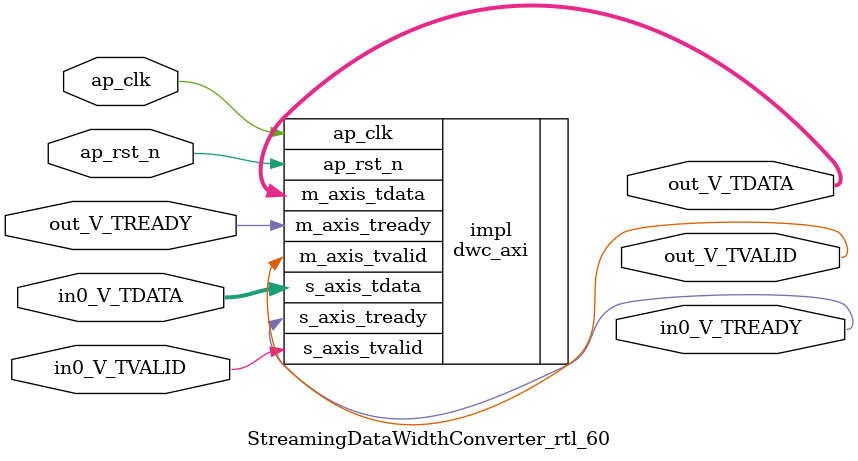
<source format=v>
/******************************************************************************
 * Copyright (C) 2023, Advanced Micro Devices, Inc.
 * All rights reserved.
 *
 * Redistribution and use in source and binary forms, with or without
 * modification, are permitted provided that the following conditions are met:
 *
 *  1. Redistributions of source code must retain the above copyright notice,
 *     this list of conditions and the following disclaimer.
 *
 *  2. Redistributions in binary form must reproduce the above copyright
 *     notice, this list of conditions and the following disclaimer in the
 *     documentation and/or other materials provided with the distribution.
 *
 *  3. Neither the name of the copyright holder nor the names of its
 *     contributors may be used to endorse or promote products derived from
 *     this software without specific prior written permission.
 *
 * THIS SOFTWARE IS PROVIDED BY THE COPYRIGHT HOLDERS AND CONTRIBUTORS "AS IS"
 * AND ANY EXPRESS OR IMPLIED WARRANTIES, INCLUDING, BUT NOT LIMITED TO,
 * THE IMPLIED WARRANTIES OF MERCHANTABILITY AND FITNESS FOR A PARTICULAR
 * PURPOSE ARE DISCLAIMED. IN NO EVENT SHALL THE COPYRIGHT HOLDER OR
 * CONTRIBUTORS BE LIABLE FOR ANY DIRECT, INDIRECT, INCIDENTAL, SPECIAL,
 * EXEMPLARY, OR CONSEQUENTIAL DAMAGES (INCLUDING, BUT NOT LIMITED TO,
 * PROCUREMENT OF SUBSTITUTE GOODS OR SERVICES; LOSS OF USE, DATA, OR PROFITS;
 * OR BUSINESS INTERRUPTION). HOWEVER CAUSED AND ON ANY THEORY OF LIABILITY,
 * WHETHER IN CONTRACT, STRICT LIABILITY, OR TORT (INCLUDING NEGLIGENCE OR
 * OTHERWISE) ARISING IN ANY WAY OUT OF THE USE OF THIS SOFTWARE, EVEN IF
 * ADVISED OF THE POSSIBILITY OF SUCH DAMAGE.
 *****************************************************************************/

module StreamingDataWidthConverter_rtl_60 #(
	parameter  IBITS = 5,
	parameter  OBITS = 40,

	parameter  AXI_IBITS = (IBITS+7)/8 * 8,
	parameter  AXI_OBITS = (OBITS+7)/8 * 8
)(
	//- Global Control ------------------
	(* X_INTERFACE_INFO = "xilinx.com:signal:clock:1.0 ap_clk CLK" *)
	(* X_INTERFACE_PARAMETER = "ASSOCIATED_BUSIF in0_V:out_V, ASSOCIATED_RESET ap_rst_n" *)
	input	ap_clk,
	(* X_INTERFACE_PARAMETER = "POLARITY ACTIVE_LOW" *)
	input	ap_rst_n,

	//- AXI Stream - Input --------------
	output	in0_V_TREADY,
	input	in0_V_TVALID,
	input	[AXI_IBITS-1:0]  in0_V_TDATA,

	//- AXI Stream - Output -------------
	input	out_V_TREADY,
	output	out_V_TVALID,
	output	[AXI_OBITS-1:0]  out_V_TDATA
);

	dwc_axi #(
		.IBITS(IBITS),
		.OBITS(OBITS)
	) impl (
		.ap_clk(ap_clk),
		.ap_rst_n(ap_rst_n),
		.s_axis_tready(in0_V_TREADY),
		.s_axis_tvalid(in0_V_TVALID),
		.s_axis_tdata(in0_V_TDATA),
		.m_axis_tready(out_V_TREADY),
		.m_axis_tvalid(out_V_TVALID),
		.m_axis_tdata(out_V_TDATA)
	);

endmodule

</source>
